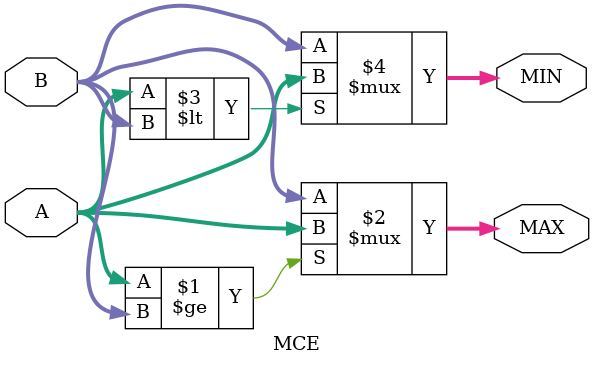
<source format=sv>
module MCE #(parameter WIDTH = 8)
            (input  [WIDTH-1:0] A,B,
             output [WIDTH-1:0] MAX,MIN);

    assign MAX = A >= B ? A : B;
    assign MIN = A < B ? A : B;

endmodule
</source>
